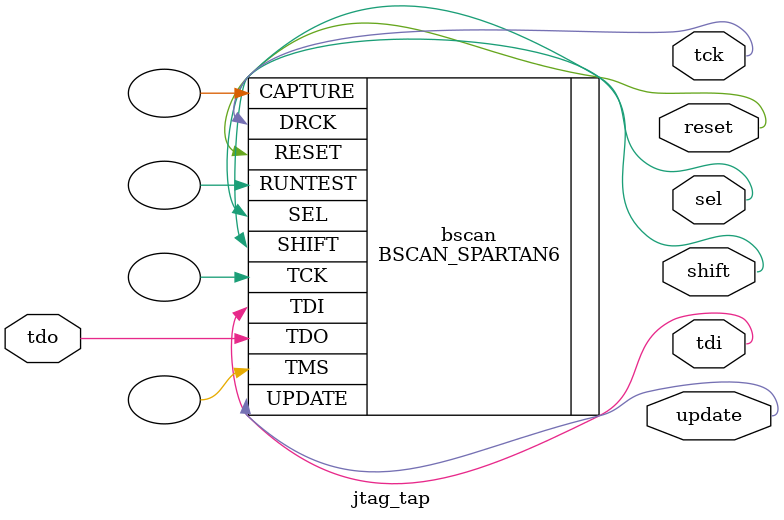
<source format=v>

module jtag_tap(
	output sel,
	output tck,
	output tdi,
	input tdo,
	output shift,
	output update,
	output reset
);

BSCAN_SPARTAN6 #(
	.JTAG_CHAIN(1)
) bscan (
	.CAPTURE(),
	.DRCK(tck),
	.RESET(reset),
	.RUNTEST(),
	.SEL(sel),
	.SHIFT(shift),
	.TCK(),
	.TDI(tdi),
	.TMS(),
	.UPDATE(update),
	.TDO(tdo)
);

endmodule

</source>
